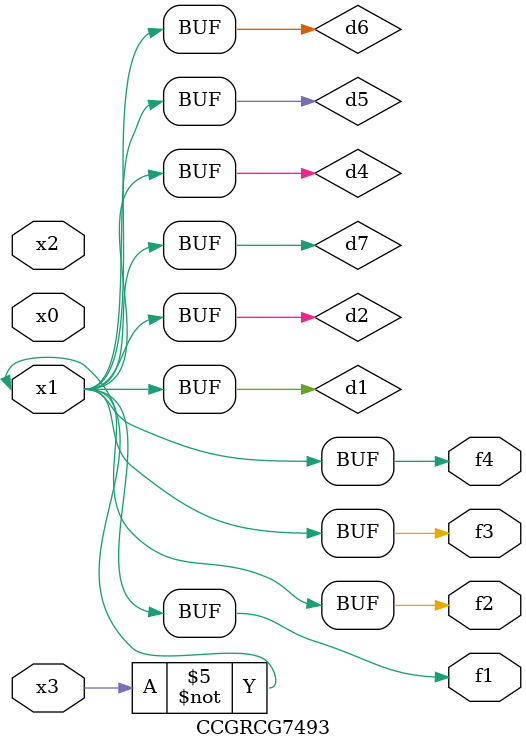
<source format=v>
module CCGRCG7493(
	input x0, x1, x2, x3,
	output f1, f2, f3, f4
);

	wire d1, d2, d3, d4, d5, d6, d7;

	not (d1, x3);
	buf (d2, x1);
	xnor (d3, d1, d2);
	nor (d4, d1);
	buf (d5, d1, d2);
	buf (d6, d4, d5);
	nand (d7, d4);
	assign f1 = d6;
	assign f2 = d7;
	assign f3 = d6;
	assign f4 = d6;
endmodule

</source>
